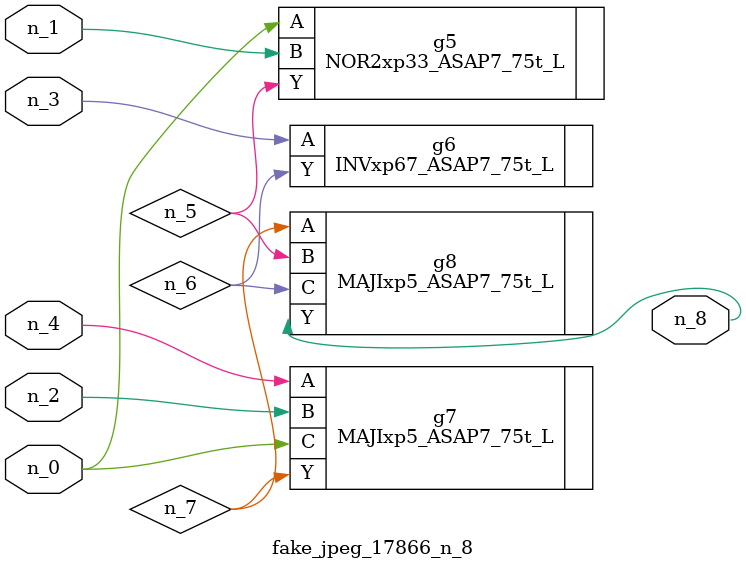
<source format=v>
module fake_jpeg_17866_n_8 (n_3, n_2, n_1, n_0, n_4, n_8);

input n_3;
input n_2;
input n_1;
input n_0;
input n_4;

output n_8;

wire n_6;
wire n_5;
wire n_7;

NOR2xp33_ASAP7_75t_L g5 ( 
.A(n_0),
.B(n_1),
.Y(n_5)
);

INVxp67_ASAP7_75t_L g6 ( 
.A(n_3),
.Y(n_6)
);

MAJIxp5_ASAP7_75t_L g7 ( 
.A(n_4),
.B(n_2),
.C(n_0),
.Y(n_7)
);

MAJIxp5_ASAP7_75t_L g8 ( 
.A(n_7),
.B(n_5),
.C(n_6),
.Y(n_8)
);


endmodule
</source>
